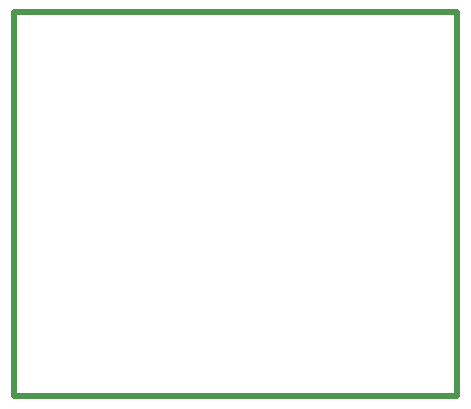
<source format=gbr>
%TF.GenerationSoftware,KiCad,Pcbnew,(5.1.4)-1*%
%TF.CreationDate,2020-02-28T23:00:37+08:00*%
%TF.ProjectId,Relay,52656c61-792e-46b6-9963-61645f706362,rev?*%
%TF.SameCoordinates,Original*%
%TF.FileFunction,Profile,NP*%
%FSLAX46Y46*%
G04 Gerber Fmt 4.6, Leading zero omitted, Abs format (unit mm)*
G04 Created by KiCad (PCBNEW (5.1.4)-1) date 2020-02-28 23:00:37*
%MOMM*%
%LPD*%
G04 APERTURE LIST*
%ADD10C,0.500000*%
G04 APERTURE END LIST*
D10*
X65000000Y-72000000D02*
X65000000Y-39500000D01*
X102500000Y-72000000D02*
X65000000Y-72000000D01*
X102500000Y-39500000D02*
X102500000Y-72000000D01*
X65000000Y-39500000D02*
X102500000Y-39500000D01*
M02*

</source>
